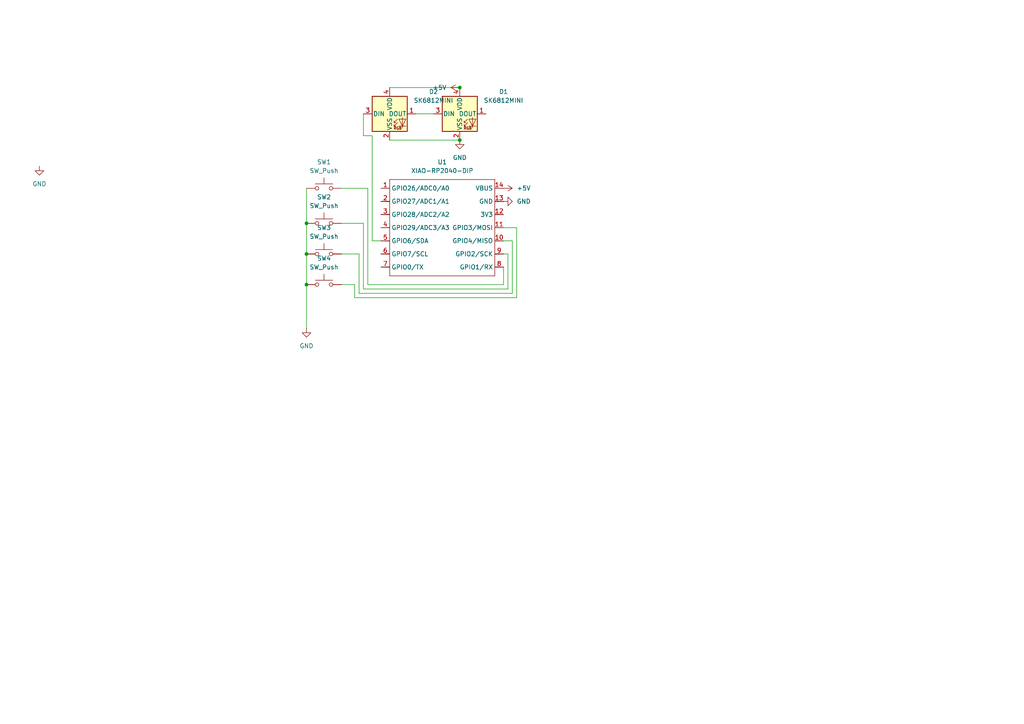
<source format=kicad_sch>
(kicad_sch
	(version 20250114)
	(generator "eeschema")
	(generator_version "9.0")
	(uuid "6783c732-5bdc-4597-aa13-776fd6fb0d7e")
	(paper "A4")
	(lib_symbols
		(symbol "LED:SK6812MINI"
			(pin_names
				(offset 0.254)
			)
			(exclude_from_sim no)
			(in_bom yes)
			(on_board yes)
			(property "Reference" "D"
				(at 5.08 5.715 0)
				(effects
					(font
						(size 1.27 1.27)
					)
					(justify right bottom)
				)
			)
			(property "Value" "SK6812MINI"
				(at 1.27 -5.715 0)
				(effects
					(font
						(size 1.27 1.27)
					)
					(justify left top)
				)
			)
			(property "Footprint" "LED_SMD:LED_SK6812MINI_PLCC4_3.5x3.5mm_P1.75mm"
				(at 1.27 -7.62 0)
				(effects
					(font
						(size 1.27 1.27)
					)
					(justify left top)
					(hide yes)
				)
			)
			(property "Datasheet" "https://cdn-shop.adafruit.com/product-files/2686/SK6812MINI_REV.01-1-2.pdf"
				(at 2.54 -9.525 0)
				(effects
					(font
						(size 1.27 1.27)
					)
					(justify left top)
					(hide yes)
				)
			)
			(property "Description" "RGB LED with integrated controller"
				(at 0 0 0)
				(effects
					(font
						(size 1.27 1.27)
					)
					(hide yes)
				)
			)
			(property "ki_keywords" "RGB LED NeoPixel Mini addressable"
				(at 0 0 0)
				(effects
					(font
						(size 1.27 1.27)
					)
					(hide yes)
				)
			)
			(property "ki_fp_filters" "LED*SK6812MINI*PLCC*3.5x3.5mm*P1.75mm*"
				(at 0 0 0)
				(effects
					(font
						(size 1.27 1.27)
					)
					(hide yes)
				)
			)
			(symbol "SK6812MINI_0_0"
				(text "RGB"
					(at 2.286 -4.191 0)
					(effects
						(font
							(size 0.762 0.762)
						)
					)
				)
			)
			(symbol "SK6812MINI_0_1"
				(polyline
					(pts
						(xy 1.27 -2.54) (xy 1.778 -2.54)
					)
					(stroke
						(width 0)
						(type default)
					)
					(fill
						(type none)
					)
				)
				(polyline
					(pts
						(xy 1.27 -3.556) (xy 1.778 -3.556)
					)
					(stroke
						(width 0)
						(type default)
					)
					(fill
						(type none)
					)
				)
				(polyline
					(pts
						(xy 2.286 -1.524) (xy 1.27 -2.54) (xy 1.27 -2.032)
					)
					(stroke
						(width 0)
						(type default)
					)
					(fill
						(type none)
					)
				)
				(polyline
					(pts
						(xy 2.286 -2.54) (xy 1.27 -3.556) (xy 1.27 -3.048)
					)
					(stroke
						(width 0)
						(type default)
					)
					(fill
						(type none)
					)
				)
				(polyline
					(pts
						(xy 3.683 -1.016) (xy 3.683 -3.556) (xy 3.683 -4.064)
					)
					(stroke
						(width 0)
						(type default)
					)
					(fill
						(type none)
					)
				)
				(polyline
					(pts
						(xy 4.699 -1.524) (xy 2.667 -1.524) (xy 3.683 -3.556) (xy 4.699 -1.524)
					)
					(stroke
						(width 0)
						(type default)
					)
					(fill
						(type none)
					)
				)
				(polyline
					(pts
						(xy 4.699 -3.556) (xy 2.667 -3.556)
					)
					(stroke
						(width 0)
						(type default)
					)
					(fill
						(type none)
					)
				)
				(rectangle
					(start 5.08 5.08)
					(end -5.08 -5.08)
					(stroke
						(width 0.254)
						(type default)
					)
					(fill
						(type background)
					)
				)
			)
			(symbol "SK6812MINI_1_1"
				(pin input line
					(at -7.62 0 0)
					(length 2.54)
					(name "DIN"
						(effects
							(font
								(size 1.27 1.27)
							)
						)
					)
					(number "3"
						(effects
							(font
								(size 1.27 1.27)
							)
						)
					)
				)
				(pin power_in line
					(at 0 7.62 270)
					(length 2.54)
					(name "VDD"
						(effects
							(font
								(size 1.27 1.27)
							)
						)
					)
					(number "4"
						(effects
							(font
								(size 1.27 1.27)
							)
						)
					)
				)
				(pin power_in line
					(at 0 -7.62 90)
					(length 2.54)
					(name "VSS"
						(effects
							(font
								(size 1.27 1.27)
							)
						)
					)
					(number "2"
						(effects
							(font
								(size 1.27 1.27)
							)
						)
					)
				)
				(pin output line
					(at 7.62 0 180)
					(length 2.54)
					(name "DOUT"
						(effects
							(font
								(size 1.27 1.27)
							)
						)
					)
					(number "1"
						(effects
							(font
								(size 1.27 1.27)
							)
						)
					)
				)
			)
			(embedded_fonts no)
		)
		(symbol "Seeed_Studio_XIAO_Series:XIAO-RP2040-DIP"
			(exclude_from_sim no)
			(in_bom yes)
			(on_board yes)
			(property "Reference" "U"
				(at 0 0 0)
				(effects
					(font
						(size 1.27 1.27)
					)
				)
			)
			(property "Value" "XIAO-RP2040-DIP"
				(at 5.334 -1.778 0)
				(effects
					(font
						(size 1.27 1.27)
					)
				)
			)
			(property "Footprint" "Module:MOUDLE14P-XIAO-DIP-SMD"
				(at 14.478 -32.258 0)
				(effects
					(font
						(size 1.27 1.27)
					)
					(hide yes)
				)
			)
			(property "Datasheet" ""
				(at 0 0 0)
				(effects
					(font
						(size 1.27 1.27)
					)
					(hide yes)
				)
			)
			(property "Description" ""
				(at 0 0 0)
				(effects
					(font
						(size 1.27 1.27)
					)
					(hide yes)
				)
			)
			(symbol "XIAO-RP2040-DIP_1_0"
				(polyline
					(pts
						(xy -1.27 -2.54) (xy 29.21 -2.54)
					)
					(stroke
						(width 0.1524)
						(type solid)
					)
					(fill
						(type none)
					)
				)
				(polyline
					(pts
						(xy -1.27 -5.08) (xy -2.54 -5.08)
					)
					(stroke
						(width 0.1524)
						(type solid)
					)
					(fill
						(type none)
					)
				)
				(polyline
					(pts
						(xy -1.27 -5.08) (xy -1.27 -2.54)
					)
					(stroke
						(width 0.1524)
						(type solid)
					)
					(fill
						(type none)
					)
				)
				(polyline
					(pts
						(xy -1.27 -8.89) (xy -2.54 -8.89)
					)
					(stroke
						(width 0.1524)
						(type solid)
					)
					(fill
						(type none)
					)
				)
				(polyline
					(pts
						(xy -1.27 -8.89) (xy -1.27 -5.08)
					)
					(stroke
						(width 0.1524)
						(type solid)
					)
					(fill
						(type none)
					)
				)
				(polyline
					(pts
						(xy -1.27 -12.7) (xy -2.54 -12.7)
					)
					(stroke
						(width 0.1524)
						(type solid)
					)
					(fill
						(type none)
					)
				)
				(polyline
					(pts
						(xy -1.27 -12.7) (xy -1.27 -8.89)
					)
					(stroke
						(width 0.1524)
						(type solid)
					)
					(fill
						(type none)
					)
				)
				(polyline
					(pts
						(xy -1.27 -16.51) (xy -2.54 -16.51)
					)
					(stroke
						(width 0.1524)
						(type solid)
					)
					(fill
						(type none)
					)
				)
				(polyline
					(pts
						(xy -1.27 -16.51) (xy -1.27 -12.7)
					)
					(stroke
						(width 0.1524)
						(type solid)
					)
					(fill
						(type none)
					)
				)
				(polyline
					(pts
						(xy -1.27 -20.32) (xy -2.54 -20.32)
					)
					(stroke
						(width 0.1524)
						(type solid)
					)
					(fill
						(type none)
					)
				)
				(polyline
					(pts
						(xy -1.27 -24.13) (xy -2.54 -24.13)
					)
					(stroke
						(width 0.1524)
						(type solid)
					)
					(fill
						(type none)
					)
				)
				(polyline
					(pts
						(xy -1.27 -27.94) (xy -2.54 -27.94)
					)
					(stroke
						(width 0.1524)
						(type solid)
					)
					(fill
						(type none)
					)
				)
				(polyline
					(pts
						(xy -1.27 -30.48) (xy -1.27 -16.51)
					)
					(stroke
						(width 0.1524)
						(type solid)
					)
					(fill
						(type none)
					)
				)
				(polyline
					(pts
						(xy 29.21 -2.54) (xy 29.21 -5.08)
					)
					(stroke
						(width 0.1524)
						(type solid)
					)
					(fill
						(type none)
					)
				)
				(polyline
					(pts
						(xy 29.21 -5.08) (xy 29.21 -8.89)
					)
					(stroke
						(width 0.1524)
						(type solid)
					)
					(fill
						(type none)
					)
				)
				(polyline
					(pts
						(xy 29.21 -8.89) (xy 29.21 -12.7)
					)
					(stroke
						(width 0.1524)
						(type solid)
					)
					(fill
						(type none)
					)
				)
				(polyline
					(pts
						(xy 29.21 -12.7) (xy 29.21 -30.48)
					)
					(stroke
						(width 0.1524)
						(type solid)
					)
					(fill
						(type none)
					)
				)
				(polyline
					(pts
						(xy 29.21 -30.48) (xy -1.27 -30.48)
					)
					(stroke
						(width 0.1524)
						(type solid)
					)
					(fill
						(type none)
					)
				)
				(polyline
					(pts
						(xy 30.48 -5.08) (xy 29.21 -5.08)
					)
					(stroke
						(width 0.1524)
						(type solid)
					)
					(fill
						(type none)
					)
				)
				(polyline
					(pts
						(xy 30.48 -8.89) (xy 29.21 -8.89)
					)
					(stroke
						(width 0.1524)
						(type solid)
					)
					(fill
						(type none)
					)
				)
				(polyline
					(pts
						(xy 30.48 -12.7) (xy 29.21 -12.7)
					)
					(stroke
						(width 0.1524)
						(type solid)
					)
					(fill
						(type none)
					)
				)
				(polyline
					(pts
						(xy 30.48 -16.51) (xy 29.21 -16.51)
					)
					(stroke
						(width 0.1524)
						(type solid)
					)
					(fill
						(type none)
					)
				)
				(polyline
					(pts
						(xy 30.48 -20.32) (xy 29.21 -20.32)
					)
					(stroke
						(width 0.1524)
						(type solid)
					)
					(fill
						(type none)
					)
				)
				(polyline
					(pts
						(xy 30.48 -24.13) (xy 29.21 -24.13)
					)
					(stroke
						(width 0.1524)
						(type solid)
					)
					(fill
						(type none)
					)
				)
				(polyline
					(pts
						(xy 30.48 -27.94) (xy 29.21 -27.94)
					)
					(stroke
						(width 0.1524)
						(type solid)
					)
					(fill
						(type none)
					)
				)
				(pin passive line
					(at -3.81 -5.08 0)
					(length 2.54)
					(name "GPIO26/ADC0/A0"
						(effects
							(font
								(size 1.27 1.27)
							)
						)
					)
					(number "1"
						(effects
							(font
								(size 1.27 1.27)
							)
						)
					)
				)
				(pin passive line
					(at -3.81 -8.89 0)
					(length 2.54)
					(name "GPIO27/ADC1/A1"
						(effects
							(font
								(size 1.27 1.27)
							)
						)
					)
					(number "2"
						(effects
							(font
								(size 1.27 1.27)
							)
						)
					)
				)
				(pin passive line
					(at -3.81 -12.7 0)
					(length 2.54)
					(name "GPIO28/ADC2/A2"
						(effects
							(font
								(size 1.27 1.27)
							)
						)
					)
					(number "3"
						(effects
							(font
								(size 1.27 1.27)
							)
						)
					)
				)
				(pin passive line
					(at -3.81 -16.51 0)
					(length 2.54)
					(name "GPIO29/ADC3/A3"
						(effects
							(font
								(size 1.27 1.27)
							)
						)
					)
					(number "4"
						(effects
							(font
								(size 1.27 1.27)
							)
						)
					)
				)
				(pin passive line
					(at -3.81 -20.32 0)
					(length 2.54)
					(name "GPIO6/SDA"
						(effects
							(font
								(size 1.27 1.27)
							)
						)
					)
					(number "5"
						(effects
							(font
								(size 1.27 1.27)
							)
						)
					)
				)
				(pin passive line
					(at -3.81 -24.13 0)
					(length 2.54)
					(name "GPIO7/SCL"
						(effects
							(font
								(size 1.27 1.27)
							)
						)
					)
					(number "6"
						(effects
							(font
								(size 1.27 1.27)
							)
						)
					)
				)
				(pin passive line
					(at -3.81 -27.94 0)
					(length 2.54)
					(name "GPIO0/TX"
						(effects
							(font
								(size 1.27 1.27)
							)
						)
					)
					(number "7"
						(effects
							(font
								(size 1.27 1.27)
							)
						)
					)
				)
				(pin passive line
					(at 31.75 -5.08 180)
					(length 2.54)
					(name "VBUS"
						(effects
							(font
								(size 1.27 1.27)
							)
						)
					)
					(number "14"
						(effects
							(font
								(size 1.27 1.27)
							)
						)
					)
				)
				(pin passive line
					(at 31.75 -8.89 180)
					(length 2.54)
					(name "GND"
						(effects
							(font
								(size 1.27 1.27)
							)
						)
					)
					(number "13"
						(effects
							(font
								(size 1.27 1.27)
							)
						)
					)
				)
				(pin passive line
					(at 31.75 -12.7 180)
					(length 2.54)
					(name "3V3"
						(effects
							(font
								(size 1.27 1.27)
							)
						)
					)
					(number "12"
						(effects
							(font
								(size 1.27 1.27)
							)
						)
					)
				)
				(pin passive line
					(at 31.75 -16.51 180)
					(length 2.54)
					(name "GPIO3/MOSI"
						(effects
							(font
								(size 1.27 1.27)
							)
						)
					)
					(number "11"
						(effects
							(font
								(size 1.27 1.27)
							)
						)
					)
				)
				(pin passive line
					(at 31.75 -20.32 180)
					(length 2.54)
					(name "GPIO4/MISO"
						(effects
							(font
								(size 1.27 1.27)
							)
						)
					)
					(number "10"
						(effects
							(font
								(size 1.27 1.27)
							)
						)
					)
				)
				(pin passive line
					(at 31.75 -24.13 180)
					(length 2.54)
					(name "GPIO2/SCK"
						(effects
							(font
								(size 1.27 1.27)
							)
						)
					)
					(number "9"
						(effects
							(font
								(size 1.27 1.27)
							)
						)
					)
				)
				(pin passive line
					(at 31.75 -27.94 180)
					(length 2.54)
					(name "GPIO1/RX"
						(effects
							(font
								(size 1.27 1.27)
							)
						)
					)
					(number "8"
						(effects
							(font
								(size 1.27 1.27)
							)
						)
					)
				)
			)
			(embedded_fonts no)
		)
		(symbol "Switch:SW_Push"
			(pin_numbers
				(hide yes)
			)
			(pin_names
				(offset 1.016)
				(hide yes)
			)
			(exclude_from_sim no)
			(in_bom yes)
			(on_board yes)
			(property "Reference" "SW"
				(at 1.27 2.54 0)
				(effects
					(font
						(size 1.27 1.27)
					)
					(justify left)
				)
			)
			(property "Value" "SW_Push"
				(at 0 -1.524 0)
				(effects
					(font
						(size 1.27 1.27)
					)
				)
			)
			(property "Footprint" ""
				(at 0 5.08 0)
				(effects
					(font
						(size 1.27 1.27)
					)
					(hide yes)
				)
			)
			(property "Datasheet" "~"
				(at 0 5.08 0)
				(effects
					(font
						(size 1.27 1.27)
					)
					(hide yes)
				)
			)
			(property "Description" "Push button switch, generic, two pins"
				(at 0 0 0)
				(effects
					(font
						(size 1.27 1.27)
					)
					(hide yes)
				)
			)
			(property "ki_keywords" "switch normally-open pushbutton push-button"
				(at 0 0 0)
				(effects
					(font
						(size 1.27 1.27)
					)
					(hide yes)
				)
			)
			(symbol "SW_Push_0_1"
				(circle
					(center -2.032 0)
					(radius 0.508)
					(stroke
						(width 0)
						(type default)
					)
					(fill
						(type none)
					)
				)
				(polyline
					(pts
						(xy 0 1.27) (xy 0 3.048)
					)
					(stroke
						(width 0)
						(type default)
					)
					(fill
						(type none)
					)
				)
				(circle
					(center 2.032 0)
					(radius 0.508)
					(stroke
						(width 0)
						(type default)
					)
					(fill
						(type none)
					)
				)
				(polyline
					(pts
						(xy 2.54 1.27) (xy -2.54 1.27)
					)
					(stroke
						(width 0)
						(type default)
					)
					(fill
						(type none)
					)
				)
				(pin passive line
					(at -5.08 0 0)
					(length 2.54)
					(name "1"
						(effects
							(font
								(size 1.27 1.27)
							)
						)
					)
					(number "1"
						(effects
							(font
								(size 1.27 1.27)
							)
						)
					)
				)
				(pin passive line
					(at 5.08 0 180)
					(length 2.54)
					(name "2"
						(effects
							(font
								(size 1.27 1.27)
							)
						)
					)
					(number "2"
						(effects
							(font
								(size 1.27 1.27)
							)
						)
					)
				)
			)
			(embedded_fonts no)
		)
		(symbol "power:+5V"
			(power)
			(pin_numbers
				(hide yes)
			)
			(pin_names
				(offset 0)
				(hide yes)
			)
			(exclude_from_sim no)
			(in_bom yes)
			(on_board yes)
			(property "Reference" "#PWR"
				(at 0 -3.81 0)
				(effects
					(font
						(size 1.27 1.27)
					)
					(hide yes)
				)
			)
			(property "Value" "+5V"
				(at 0 3.556 0)
				(effects
					(font
						(size 1.27 1.27)
					)
				)
			)
			(property "Footprint" ""
				(at 0 0 0)
				(effects
					(font
						(size 1.27 1.27)
					)
					(hide yes)
				)
			)
			(property "Datasheet" ""
				(at 0 0 0)
				(effects
					(font
						(size 1.27 1.27)
					)
					(hide yes)
				)
			)
			(property "Description" "Power symbol creates a global label with name \"+5V\""
				(at 0 0 0)
				(effects
					(font
						(size 1.27 1.27)
					)
					(hide yes)
				)
			)
			(property "ki_keywords" "global power"
				(at 0 0 0)
				(effects
					(font
						(size 1.27 1.27)
					)
					(hide yes)
				)
			)
			(symbol "+5V_0_1"
				(polyline
					(pts
						(xy -0.762 1.27) (xy 0 2.54)
					)
					(stroke
						(width 0)
						(type default)
					)
					(fill
						(type none)
					)
				)
				(polyline
					(pts
						(xy 0 2.54) (xy 0.762 1.27)
					)
					(stroke
						(width 0)
						(type default)
					)
					(fill
						(type none)
					)
				)
				(polyline
					(pts
						(xy 0 0) (xy 0 2.54)
					)
					(stroke
						(width 0)
						(type default)
					)
					(fill
						(type none)
					)
				)
			)
			(symbol "+5V_1_1"
				(pin power_in line
					(at 0 0 90)
					(length 0)
					(name "~"
						(effects
							(font
								(size 1.27 1.27)
							)
						)
					)
					(number "1"
						(effects
							(font
								(size 1.27 1.27)
							)
						)
					)
				)
			)
			(embedded_fonts no)
		)
		(symbol "power:GND"
			(power)
			(pin_numbers
				(hide yes)
			)
			(pin_names
				(offset 0)
				(hide yes)
			)
			(exclude_from_sim no)
			(in_bom yes)
			(on_board yes)
			(property "Reference" "#PWR"
				(at 0 -6.35 0)
				(effects
					(font
						(size 1.27 1.27)
					)
					(hide yes)
				)
			)
			(property "Value" "GND"
				(at 0 -3.81 0)
				(effects
					(font
						(size 1.27 1.27)
					)
				)
			)
			(property "Footprint" ""
				(at 0 0 0)
				(effects
					(font
						(size 1.27 1.27)
					)
					(hide yes)
				)
			)
			(property "Datasheet" ""
				(at 0 0 0)
				(effects
					(font
						(size 1.27 1.27)
					)
					(hide yes)
				)
			)
			(property "Description" "Power symbol creates a global label with name \"GND\" , ground"
				(at 0 0 0)
				(effects
					(font
						(size 1.27 1.27)
					)
					(hide yes)
				)
			)
			(property "ki_keywords" "global power"
				(at 0 0 0)
				(effects
					(font
						(size 1.27 1.27)
					)
					(hide yes)
				)
			)
			(symbol "GND_0_1"
				(polyline
					(pts
						(xy 0 0) (xy 0 -1.27) (xy 1.27 -1.27) (xy 0 -2.54) (xy -1.27 -1.27) (xy 0 -1.27)
					)
					(stroke
						(width 0)
						(type default)
					)
					(fill
						(type none)
					)
				)
			)
			(symbol "GND_1_1"
				(pin power_in line
					(at 0 0 270)
					(length 0)
					(name "~"
						(effects
							(font
								(size 1.27 1.27)
							)
						)
					)
					(number "1"
						(effects
							(font
								(size 1.27 1.27)
							)
						)
					)
				)
			)
			(embedded_fonts no)
		)
	)
	(junction
		(at 133.35 40.64)
		(diameter 0)
		(color 0 0 0 0)
		(uuid "08154d2e-8ab4-4ac1-85ba-0645959d691b")
	)
	(junction
		(at 88.9 82.55)
		(diameter 0)
		(color 0 0 0 0)
		(uuid "4295cf4f-7b67-4aeb-911d-b8f9d18ee4a1")
	)
	(junction
		(at 88.9 73.66)
		(diameter 0)
		(color 0 0 0 0)
		(uuid "4fdbe694-bac0-477d-ae5e-b662f497da93")
	)
	(junction
		(at 133.35 25.4)
		(diameter 0)
		(color 0 0 0 0)
		(uuid "97603b6f-0aa9-42c0-9154-23ba48958dbc")
	)
	(junction
		(at 88.9 64.77)
		(diameter 0)
		(color 0 0 0 0)
		(uuid "f6dc8b66-3521-46b9-890c-717349a1c677")
	)
	(wire
		(pts
			(xy 120.65 33.02) (xy 125.73 33.02)
		)
		(stroke
			(width 0)
			(type default)
		)
		(uuid "0beea3f7-d6dc-46ab-bfd1-2642eca7d52b")
	)
	(wire
		(pts
			(xy 147.32 73.66) (xy 146.05 73.66)
		)
		(stroke
			(width 0)
			(type default)
		)
		(uuid "109129dd-6dab-46a5-ae1c-16b89ae187fb")
	)
	(wire
		(pts
			(xy 99.06 82.55) (xy 102.87 82.55)
		)
		(stroke
			(width 0)
			(type default)
		)
		(uuid "11522cc3-6fa1-45b7-8664-1445b589cdef")
	)
	(wire
		(pts
			(xy 105.41 39.37) (xy 105.41 33.02)
		)
		(stroke
			(width 0)
			(type default)
		)
		(uuid "23bf67ea-5778-4451-9f74-ec1820760d4d")
	)
	(wire
		(pts
			(xy 147.32 83.82) (xy 147.32 73.66)
		)
		(stroke
			(width 0)
			(type default)
		)
		(uuid "25b5d403-d88e-41ff-a962-0c496daad5c2")
	)
	(wire
		(pts
			(xy 88.9 82.55) (xy 88.9 95.25)
		)
		(stroke
			(width 0)
			(type default)
		)
		(uuid "320ccabe-1dae-4a61-84d3-dbd04c6217f9")
	)
	(wire
		(pts
			(xy 149.86 66.04) (xy 146.05 66.04)
		)
		(stroke
			(width 0)
			(type default)
		)
		(uuid "3fa10bc6-0f77-4a3e-9699-f7c15bf28013")
	)
	(wire
		(pts
			(xy 102.87 82.55) (xy 102.87 86.36)
		)
		(stroke
			(width 0)
			(type default)
		)
		(uuid "4491c4f5-1305-471f-ac31-af482c342d6a")
	)
	(wire
		(pts
			(xy 106.68 82.55) (xy 146.05 82.55)
		)
		(stroke
			(width 0)
			(type default)
		)
		(uuid "4bbde4b4-0fe6-40f9-afce-20cb1baec946")
	)
	(wire
		(pts
			(xy 99.06 73.66) (xy 104.14 73.66)
		)
		(stroke
			(width 0)
			(type default)
		)
		(uuid "642d5b75-d6ee-48f3-b46b-d899fd9ad644")
	)
	(wire
		(pts
			(xy 99.06 54.61) (xy 106.68 54.61)
		)
		(stroke
			(width 0)
			(type default)
		)
		(uuid "71d3c0d7-af1f-43e0-9815-02ab473085fc")
	)
	(wire
		(pts
			(xy 113.03 25.4) (xy 133.35 25.4)
		)
		(stroke
			(width 0)
			(type default)
		)
		(uuid "8ea1d342-abbb-451b-9db3-fc91f11111be")
	)
	(wire
		(pts
			(xy 105.41 83.82) (xy 147.32 83.82)
		)
		(stroke
			(width 0)
			(type default)
		)
		(uuid "a0966d22-9bff-446c-a552-a27b284d8570")
	)
	(wire
		(pts
			(xy 105.41 64.77) (xy 105.41 83.82)
		)
		(stroke
			(width 0)
			(type default)
		)
		(uuid "a89ec6ab-5371-470a-a209-6cce3af210c8")
	)
	(wire
		(pts
			(xy 113.03 40.64) (xy 133.35 40.64)
		)
		(stroke
			(width 0)
			(type default)
		)
		(uuid "adf63820-c3eb-4bb2-8b49-b3fae1ef9772")
	)
	(wire
		(pts
			(xy 102.87 86.36) (xy 149.86 86.36)
		)
		(stroke
			(width 0)
			(type default)
		)
		(uuid "b957a16b-bee0-4d0e-8613-f98d13b3cee2")
	)
	(wire
		(pts
			(xy 146.05 69.85) (xy 148.59 69.85)
		)
		(stroke
			(width 0)
			(type default)
		)
		(uuid "c001143f-a810-401c-9935-d5756b410ac1")
	)
	(wire
		(pts
			(xy 146.05 82.55) (xy 146.05 77.47)
		)
		(stroke
			(width 0)
			(type default)
		)
		(uuid "c023219b-7d21-411e-ac75-87234c73e1c7")
	)
	(wire
		(pts
			(xy 88.9 54.61) (xy 88.9 64.77)
		)
		(stroke
			(width 0)
			(type default)
		)
		(uuid "c3993660-7472-4b5f-9142-cf176a76ab2f")
	)
	(wire
		(pts
			(xy 99.06 64.77) (xy 105.41 64.77)
		)
		(stroke
			(width 0)
			(type default)
		)
		(uuid "c4ec1386-987b-416d-9aa4-0203adee1bd1")
	)
	(wire
		(pts
			(xy 107.95 39.37) (xy 107.95 69.85)
		)
		(stroke
			(width 0)
			(type default)
		)
		(uuid "c51a53ec-85fe-4473-9876-f434e64d73cf")
	)
	(wire
		(pts
			(xy 88.9 73.66) (xy 88.9 82.55)
		)
		(stroke
			(width 0)
			(type default)
		)
		(uuid "cd7dc9b0-057b-48a7-8bc3-55e4b9166fbb")
	)
	(wire
		(pts
			(xy 88.9 64.77) (xy 88.9 73.66)
		)
		(stroke
			(width 0)
			(type default)
		)
		(uuid "d24dbaec-bbfb-441a-908b-cec4fd3022e7")
	)
	(wire
		(pts
			(xy 110.49 69.85) (xy 107.95 69.85)
		)
		(stroke
			(width 0)
			(type default)
		)
		(uuid "d29311db-e5f7-4b76-a189-3bb0755c79b0")
	)
	(wire
		(pts
			(xy 104.14 85.09) (xy 148.59 85.09)
		)
		(stroke
			(width 0)
			(type default)
		)
		(uuid "d6af01aa-6abe-493c-8652-23ee48518132")
	)
	(wire
		(pts
			(xy 148.59 85.09) (xy 148.59 69.85)
		)
		(stroke
			(width 0)
			(type default)
		)
		(uuid "d84939af-1240-41e2-8e91-00dc66cc65c6")
	)
	(wire
		(pts
			(xy 106.68 54.61) (xy 106.68 82.55)
		)
		(stroke
			(width 0)
			(type default)
		)
		(uuid "dd3da2db-c208-40d3-8e8e-13671210d8eb")
	)
	(wire
		(pts
			(xy 104.14 73.66) (xy 104.14 85.09)
		)
		(stroke
			(width 0)
			(type default)
		)
		(uuid "e05a7436-78e8-4d24-892d-b05f6b57c545")
	)
	(wire
		(pts
			(xy 107.95 39.37) (xy 105.41 39.37)
		)
		(stroke
			(width 0)
			(type default)
		)
		(uuid "e76892b3-5ffd-4433-b0b5-0cf047ff083b")
	)
	(wire
		(pts
			(xy 149.86 86.36) (xy 149.86 66.04)
		)
		(stroke
			(width 0)
			(type default)
		)
		(uuid "ede57f76-46df-4fe9-8478-2c173d1a9735")
	)
	(symbol
		(lib_id "Seeed_Studio_XIAO_Series:XIAO-RP2040-DIP")
		(at 114.3 49.53 0)
		(unit 1)
		(exclude_from_sim no)
		(in_bom yes)
		(on_board yes)
		(dnp no)
		(fields_autoplaced yes)
		(uuid "0ad6ebe6-8a5b-49a3-b0a5-d6390623df77")
		(property "Reference" "U1"
			(at 128.27 46.99 0)
			(effects
				(font
					(size 1.27 1.27)
				)
			)
		)
		(property "Value" "XIAO-RP2040-DIP"
			(at 128.27 49.53 0)
			(effects
				(font
					(size 1.27 1.27)
				)
			)
		)
		(property "Footprint" "OPL_Kicad_Library-master:XIAO-RP2040-SMD"
			(at 128.778 81.788 0)
			(effects
				(font
					(size 1.27 1.27)
				)
				(hide yes)
			)
		)
		(property "Datasheet" ""
			(at 114.3 49.53 0)
			(effects
				(font
					(size 1.27 1.27)
				)
				(hide yes)
			)
		)
		(property "Description" ""
			(at 114.3 49.53 0)
			(effects
				(font
					(size 1.27 1.27)
				)
				(hide yes)
			)
		)
		(pin "14"
			(uuid "e68ef993-6b75-4cd0-8d62-c1af48cf380a")
		)
		(pin "13"
			(uuid "f0d938f0-7731-4471-b0a6-e96dd7db4402")
		)
		(pin "2"
			(uuid "d12d94d8-ed82-4f61-b7ab-0627c29ced20")
		)
		(pin "4"
			(uuid "c8b26038-a475-49b6-9043-5d43ce9cd15b")
		)
		(pin "7"
			(uuid "e7c25d56-30b0-40ac-a83a-e4b24f15e478")
		)
		(pin "3"
			(uuid "f11cd3fa-44c3-4ed4-95f5-407dc5644c3b")
		)
		(pin "1"
			(uuid "a6000247-e587-4040-8e94-42e7cf40bef3")
		)
		(pin "5"
			(uuid "1f536236-0e6f-4db2-be81-87d62b63e1e6")
		)
		(pin "6"
			(uuid "ff2e96fc-215d-4120-99e5-05fa755f2df5")
		)
		(pin "12"
			(uuid "59514950-c8ea-491b-a225-dfe87b00a7ac")
		)
		(pin "8"
			(uuid "8b74c33d-1d64-4e99-a737-a671d1338121")
		)
		(pin "9"
			(uuid "ad146ff0-319f-4aef-bcff-62380c455815")
		)
		(pin "10"
			(uuid "ef397e90-2a4d-473c-a360-74385fa27318")
		)
		(pin "11"
			(uuid "87fce95e-92e2-4d31-8f73-d671bb907c11")
		)
		(instances
			(project ""
				(path "/6783c732-5bdc-4597-aa13-776fd6fb0d7e"
					(reference "U1")
					(unit 1)
				)
			)
		)
	)
	(symbol
		(lib_id "power:GND")
		(at 133.35 40.64 0)
		(unit 1)
		(exclude_from_sim no)
		(in_bom yes)
		(on_board yes)
		(dnp no)
		(fields_autoplaced yes)
		(uuid "16421f50-65ec-490f-9927-2ef637cf517e")
		(property "Reference" "#PWR02"
			(at 133.35 46.99 0)
			(effects
				(font
					(size 1.27 1.27)
				)
				(hide yes)
			)
		)
		(property "Value" "GND"
			(at 133.35 45.72 0)
			(effects
				(font
					(size 1.27 1.27)
				)
			)
		)
		(property "Footprint" ""
			(at 133.35 40.64 0)
			(effects
				(font
					(size 1.27 1.27)
				)
				(hide yes)
			)
		)
		(property "Datasheet" ""
			(at 133.35 40.64 0)
			(effects
				(font
					(size 1.27 1.27)
				)
				(hide yes)
			)
		)
		(property "Description" "Power symbol creates a global label with name \"GND\" , ground"
			(at 133.35 40.64 0)
			(effects
				(font
					(size 1.27 1.27)
				)
				(hide yes)
			)
		)
		(pin "1"
			(uuid "bc2ad1f9-327c-4013-b685-df567db1fc09")
		)
		(instances
			(project ""
				(path "/6783c732-5bdc-4597-aa13-776fd6fb0d7e"
					(reference "#PWR02")
					(unit 1)
				)
			)
		)
	)
	(symbol
		(lib_id "power:GND")
		(at 88.9 95.25 0)
		(unit 1)
		(exclude_from_sim no)
		(in_bom yes)
		(on_board yes)
		(dnp no)
		(fields_autoplaced yes)
		(uuid "40cace25-15a7-4e6e-8144-644510b7b6ac")
		(property "Reference" "#PWR04"
			(at 88.9 101.6 0)
			(effects
				(font
					(size 1.27 1.27)
				)
				(hide yes)
			)
		)
		(property "Value" "GND"
			(at 88.9 100.33 0)
			(effects
				(font
					(size 1.27 1.27)
				)
			)
		)
		(property "Footprint" ""
			(at 88.9 95.25 0)
			(effects
				(font
					(size 1.27 1.27)
				)
				(hide yes)
			)
		)
		(property "Datasheet" ""
			(at 88.9 95.25 0)
			(effects
				(font
					(size 1.27 1.27)
				)
				(hide yes)
			)
		)
		(property "Description" "Power symbol creates a global label with name \"GND\" , ground"
			(at 88.9 95.25 0)
			(effects
				(font
					(size 1.27 1.27)
				)
				(hide yes)
			)
		)
		(pin "1"
			(uuid "ecbd4af8-25ef-49ca-801b-215a44aea174")
		)
		(instances
			(project ""
				(path "/6783c732-5bdc-4597-aa13-776fd6fb0d7e"
					(reference "#PWR04")
					(unit 1)
				)
			)
		)
	)
	(symbol
		(lib_id "Switch:SW_Push")
		(at 93.98 82.55 0)
		(unit 1)
		(exclude_from_sim no)
		(in_bom yes)
		(on_board yes)
		(dnp no)
		(fields_autoplaced yes)
		(uuid "66df5828-b806-448d-9f6b-42be3dd29a02")
		(property "Reference" "SW4"
			(at 93.98 74.93 0)
			(effects
				(font
					(size 1.27 1.27)
				)
			)
		)
		(property "Value" "SW_Push"
			(at 93.98 77.47 0)
			(effects
				(font
					(size 1.27 1.27)
				)
			)
		)
		(property "Footprint" "Button_Switch_Keyboard:SW_Cherry_MX_1.00u_PCB"
			(at 93.98 77.47 0)
			(effects
				(font
					(size 1.27 1.27)
				)
				(hide yes)
			)
		)
		(property "Datasheet" "~"
			(at 93.98 77.47 0)
			(effects
				(font
					(size 1.27 1.27)
				)
				(hide yes)
			)
		)
		(property "Description" "Push button switch, generic, two pins"
			(at 93.98 82.55 0)
			(effects
				(font
					(size 1.27 1.27)
				)
				(hide yes)
			)
		)
		(pin "1"
			(uuid "63c0b1a2-3816-4bd2-ab35-049d564feaa1")
		)
		(pin "2"
			(uuid "303c0c8f-c264-45af-a704-d718f7e9bd87")
		)
		(instances
			(project ""
				(path "/6783c732-5bdc-4597-aa13-776fd6fb0d7e"
					(reference "SW4")
					(unit 1)
				)
			)
		)
	)
	(symbol
		(lib_id "Switch:SW_Push")
		(at 93.98 73.66 0)
		(unit 1)
		(exclude_from_sim no)
		(in_bom yes)
		(on_board yes)
		(dnp no)
		(fields_autoplaced yes)
		(uuid "7442d907-f62d-473d-8ef7-1f011c03201b")
		(property "Reference" "SW3"
			(at 93.98 66.04 0)
			(effects
				(font
					(size 1.27 1.27)
				)
			)
		)
		(property "Value" "SW_Push"
			(at 93.98 68.58 0)
			(effects
				(font
					(size 1.27 1.27)
				)
			)
		)
		(property "Footprint" "Button_Switch_Keyboard:SW_Cherry_MX_1.00u_PCB"
			(at 93.98 68.58 0)
			(effects
				(font
					(size 1.27 1.27)
				)
				(hide yes)
			)
		)
		(property "Datasheet" "~"
			(at 93.98 68.58 0)
			(effects
				(font
					(size 1.27 1.27)
				)
				(hide yes)
			)
		)
		(property "Description" "Push button switch, generic, two pins"
			(at 93.98 73.66 0)
			(effects
				(font
					(size 1.27 1.27)
				)
				(hide yes)
			)
		)
		(pin "1"
			(uuid "14a0bc2b-132e-4095-8338-04f0fc9a8179")
		)
		(pin "2"
			(uuid "d49c1a69-cfc4-4afa-a73a-c88a6b18c768")
		)
		(instances
			(project ""
				(path "/6783c732-5bdc-4597-aa13-776fd6fb0d7e"
					(reference "SW3")
					(unit 1)
				)
			)
		)
	)
	(symbol
		(lib_id "LED:SK6812MINI")
		(at 133.35 33.02 0)
		(unit 1)
		(exclude_from_sim no)
		(in_bom yes)
		(on_board yes)
		(dnp no)
		(fields_autoplaced yes)
		(uuid "ac306862-f3e0-4f31-9b07-1de2d30f4ade")
		(property "Reference" "D1"
			(at 146.05 26.5998 0)
			(effects
				(font
					(size 1.27 1.27)
				)
			)
		)
		(property "Value" "SK6812MINI"
			(at 146.05 29.1398 0)
			(effects
				(font
					(size 1.27 1.27)
				)
			)
		)
		(property "Footprint" "LED_SMD:LED_SK6812MINI_PLCC4_3.5x3.5mm_P1.75mm"
			(at 134.62 40.64 0)
			(effects
				(font
					(size 1.27 1.27)
				)
				(justify left top)
				(hide yes)
			)
		)
		(property "Datasheet" "https://cdn-shop.adafruit.com/product-files/2686/SK6812MINI_REV.01-1-2.pdf"
			(at 135.89 42.545 0)
			(effects
				(font
					(size 1.27 1.27)
				)
				(justify left top)
				(hide yes)
			)
		)
		(property "Description" "RGB LED with integrated controller"
			(at 133.35 33.02 0)
			(effects
				(font
					(size 1.27 1.27)
				)
				(hide yes)
			)
		)
		(pin "4"
			(uuid "1e42bbfb-c1b2-4347-b11e-e74524202fb9")
		)
		(pin "2"
			(uuid "d35cea76-1d48-4aac-b02c-458dadcf3e5f")
		)
		(pin "3"
			(uuid "35efe1b7-5f6a-47d7-9113-bba88cc43bdd")
		)
		(pin "1"
			(uuid "b9b70ad5-054e-4e4f-84cc-584ce14e3fa4")
		)
		(instances
			(project ""
				(path "/6783c732-5bdc-4597-aa13-776fd6fb0d7e"
					(reference "D1")
					(unit 1)
				)
			)
		)
	)
	(symbol
		(lib_id "Switch:SW_Push")
		(at 93.98 54.61 0)
		(unit 1)
		(exclude_from_sim no)
		(in_bom yes)
		(on_board yes)
		(dnp no)
		(uuid "ae71b4ed-0943-42c5-bbf0-0000a854c9a9")
		(property "Reference" "SW1"
			(at 93.98 46.99 0)
			(effects
				(font
					(size 1.27 1.27)
				)
			)
		)
		(property "Value" "SW_Push"
			(at 93.98 49.53 0)
			(effects
				(font
					(size 1.27 1.27)
				)
			)
		)
		(property "Footprint" "Button_Switch_Keyboard:SW_Cherry_MX_1.00u_PCB"
			(at 93.98 49.53 0)
			(effects
				(font
					(size 1.27 1.27)
				)
				(hide yes)
			)
		)
		(property "Datasheet" "~"
			(at 93.98 49.53 0)
			(effects
				(font
					(size 1.27 1.27)
				)
				(hide yes)
			)
		)
		(property "Description" "Push button switch, generic, two pins"
			(at 93.98 54.61 0)
			(effects
				(font
					(size 1.27 1.27)
				)
				(hide yes)
			)
		)
		(pin "2"
			(uuid "c138e9cd-7bcd-4e8c-a501-9f3cde9a8aec")
		)
		(pin "1"
			(uuid "07d0d7c7-2755-42e1-ac5f-2d503d5eec2f")
		)
		(instances
			(project ""
				(path "/6783c732-5bdc-4597-aa13-776fd6fb0d7e"
					(reference "SW1")
					(unit 1)
				)
			)
		)
	)
	(symbol
		(lib_id "LED:SK6812MINI")
		(at 113.03 33.02 0)
		(unit 1)
		(exclude_from_sim no)
		(in_bom yes)
		(on_board yes)
		(dnp no)
		(fields_autoplaced yes)
		(uuid "aff729b9-88db-4c29-a3a7-cf54f3291dc9")
		(property "Reference" "D2"
			(at 125.73 26.5998 0)
			(effects
				(font
					(size 1.27 1.27)
				)
			)
		)
		(property "Value" "SK6812MINI"
			(at 125.73 29.1398 0)
			(effects
				(font
					(size 1.27 1.27)
				)
			)
		)
		(property "Footprint" "LED_SMD:LED_SK6812MINI_PLCC4_3.5x3.5mm_P1.75mm"
			(at 114.3 40.64 0)
			(effects
				(font
					(size 1.27 1.27)
				)
				(justify left top)
				(hide yes)
			)
		)
		(property "Datasheet" "https://cdn-shop.adafruit.com/product-files/2686/SK6812MINI_REV.01-1-2.pdf"
			(at 115.57 42.545 0)
			(effects
				(font
					(size 1.27 1.27)
				)
				(justify left top)
				(hide yes)
			)
		)
		(property "Description" "RGB LED with integrated controller"
			(at 113.03 33.02 0)
			(effects
				(font
					(size 1.27 1.27)
				)
				(hide yes)
			)
		)
		(pin "3"
			(uuid "c0d0d2f3-64dc-4734-b679-75ed4b3d4d40")
		)
		(pin "1"
			(uuid "c06b08a6-2ef2-4860-b4fb-31fe493239dc")
		)
		(pin "4"
			(uuid "e69708f6-9ff4-4d27-96e9-fa3322e450fe")
		)
		(pin "2"
			(uuid "6b81132f-9142-4d44-83f3-00b511bee35e")
		)
		(instances
			(project ""
				(path "/6783c732-5bdc-4597-aa13-776fd6fb0d7e"
					(reference "D2")
					(unit 1)
				)
			)
		)
	)
	(symbol
		(lib_id "Switch:SW_Push")
		(at 93.98 64.77 0)
		(unit 1)
		(exclude_from_sim no)
		(in_bom yes)
		(on_board yes)
		(dnp no)
		(fields_autoplaced yes)
		(uuid "c1679696-30f1-4dd7-968b-4ab860bc5fb0")
		(property "Reference" "SW2"
			(at 93.98 57.15 0)
			(effects
				(font
					(size 1.27 1.27)
				)
			)
		)
		(property "Value" "SW_Push"
			(at 93.98 59.69 0)
			(effects
				(font
					(size 1.27 1.27)
				)
			)
		)
		(property "Footprint" "Button_Switch_Keyboard:SW_Cherry_MX_1.00u_PCB"
			(at 93.98 59.69 0)
			(effects
				(font
					(size 1.27 1.27)
				)
				(hide yes)
			)
		)
		(property "Datasheet" "~"
			(at 93.98 59.69 0)
			(effects
				(font
					(size 1.27 1.27)
				)
				(hide yes)
			)
		)
		(property "Description" "Push button switch, generic, two pins"
			(at 93.98 64.77 0)
			(effects
				(font
					(size 1.27 1.27)
				)
				(hide yes)
			)
		)
		(pin "1"
			(uuid "2a1fdf70-cb87-49b8-9cdb-00660054cdc2")
		)
		(pin "2"
			(uuid "bf83dea1-c06d-4046-a82d-c2b2ebf4371e")
		)
		(instances
			(project ""
				(path "/6783c732-5bdc-4597-aa13-776fd6fb0d7e"
					(reference "SW2")
					(unit 1)
				)
			)
		)
	)
	(symbol
		(lib_id "power:GND")
		(at 11.43 48.26 0)
		(unit 1)
		(exclude_from_sim no)
		(in_bom yes)
		(on_board yes)
		(dnp no)
		(fields_autoplaced yes)
		(uuid "c9c8c98c-445e-4a44-b0c9-cbcd0e03bf78")
		(property "Reference" "#PWR01"
			(at 11.43 54.61 0)
			(effects
				(font
					(size 1.27 1.27)
				)
				(hide yes)
			)
		)
		(property "Value" "GND"
			(at 11.43 53.34 0)
			(effects
				(font
					(size 1.27 1.27)
				)
			)
		)
		(property "Footprint" ""
			(at 11.43 48.26 0)
			(effects
				(font
					(size 1.27 1.27)
				)
				(hide yes)
			)
		)
		(property "Datasheet" ""
			(at 11.43 48.26 0)
			(effects
				(font
					(size 1.27 1.27)
				)
				(hide yes)
			)
		)
		(property "Description" "Power symbol creates a global label with name \"GND\" , ground"
			(at 11.43 48.26 0)
			(effects
				(font
					(size 1.27 1.27)
				)
				(hide yes)
			)
		)
		(pin "1"
			(uuid "99f5eb76-c667-49a5-b35b-20267ef346c1")
		)
		(instances
			(project ""
				(path "/6783c732-5bdc-4597-aa13-776fd6fb0d7e"
					(reference "#PWR01")
					(unit 1)
				)
			)
		)
	)
	(symbol
		(lib_id "power:+5V")
		(at 146.05 54.61 270)
		(unit 1)
		(exclude_from_sim no)
		(in_bom yes)
		(on_board yes)
		(dnp no)
		(fields_autoplaced yes)
		(uuid "eacf3add-405e-4b3b-a750-c3a5a6c984df")
		(property "Reference" "#PWR03"
			(at 142.24 54.61 0)
			(effects
				(font
					(size 1.27 1.27)
				)
				(hide yes)
			)
		)
		(property "Value" "+5V"
			(at 149.86 54.6099 90)
			(effects
				(font
					(size 1.27 1.27)
				)
				(justify left)
			)
		)
		(property "Footprint" ""
			(at 146.05 54.61 0)
			(effects
				(font
					(size 1.27 1.27)
				)
				(hide yes)
			)
		)
		(property "Datasheet" ""
			(at 146.05 54.61 0)
			(effects
				(font
					(size 1.27 1.27)
				)
				(hide yes)
			)
		)
		(property "Description" "Power symbol creates a global label with name \"+5V\""
			(at 146.05 54.61 0)
			(effects
				(font
					(size 1.27 1.27)
				)
				(hide yes)
			)
		)
		(pin "1"
			(uuid "b7bf5d20-d00f-4333-be15-4b5a58ccdf04")
		)
		(instances
			(project ""
				(path "/6783c732-5bdc-4597-aa13-776fd6fb0d7e"
					(reference "#PWR03")
					(unit 1)
				)
			)
		)
	)
	(symbol
		(lib_id "power:+5V")
		(at 133.35 25.4 90)
		(unit 1)
		(exclude_from_sim no)
		(in_bom yes)
		(on_board yes)
		(dnp no)
		(fields_autoplaced yes)
		(uuid "f7a149dc-ae08-4a9e-a5b1-63bb43449177")
		(property "Reference" "#PWR05"
			(at 137.16 25.4 0)
			(effects
				(font
					(size 1.27 1.27)
				)
				(hide yes)
			)
		)
		(property "Value" "+5V"
			(at 129.54 25.3999 90)
			(effects
				(font
					(size 1.27 1.27)
				)
				(justify left)
			)
		)
		(property "Footprint" ""
			(at 133.35 25.4 0)
			(effects
				(font
					(size 1.27 1.27)
				)
				(hide yes)
			)
		)
		(property "Datasheet" ""
			(at 133.35 25.4 0)
			(effects
				(font
					(size 1.27 1.27)
				)
				(hide yes)
			)
		)
		(property "Description" "Power symbol creates a global label with name \"+5V\""
			(at 133.35 25.4 0)
			(effects
				(font
					(size 1.27 1.27)
				)
				(hide yes)
			)
		)
		(pin "1"
			(uuid "f9a67e25-c82a-4000-a703-b0ba0a2568cc")
		)
		(instances
			(project ""
				(path "/6783c732-5bdc-4597-aa13-776fd6fb0d7e"
					(reference "#PWR05")
					(unit 1)
				)
			)
		)
	)
	(symbol
		(lib_id "power:GND")
		(at 146.05 58.42 90)
		(unit 1)
		(exclude_from_sim no)
		(in_bom yes)
		(on_board yes)
		(dnp no)
		(fields_autoplaced yes)
		(uuid "ff44e330-4bfc-45a9-8a8b-8e28a2b3d7ce")
		(property "Reference" "#PWR06"
			(at 152.4 58.42 0)
			(effects
				(font
					(size 1.27 1.27)
				)
				(hide yes)
			)
		)
		(property "Value" "GND"
			(at 149.86 58.4199 90)
			(effects
				(font
					(size 1.27 1.27)
				)
				(justify right)
			)
		)
		(property "Footprint" ""
			(at 146.05 58.42 0)
			(effects
				(font
					(size 1.27 1.27)
				)
				(hide yes)
			)
		)
		(property "Datasheet" ""
			(at 146.05 58.42 0)
			(effects
				(font
					(size 1.27 1.27)
				)
				(hide yes)
			)
		)
		(property "Description" "Power symbol creates a global label with name \"GND\" , ground"
			(at 146.05 58.42 0)
			(effects
				(font
					(size 1.27 1.27)
				)
				(hide yes)
			)
		)
		(pin "1"
			(uuid "b551d13b-9087-4c20-bf98-e9d98748532f")
		)
		(instances
			(project ""
				(path "/6783c732-5bdc-4597-aa13-776fd6fb0d7e"
					(reference "#PWR06")
					(unit 1)
				)
			)
		)
	)
	(sheet_instances
		(path "/"
			(page "1")
		)
	)
	(embedded_fonts no)
)

</source>
